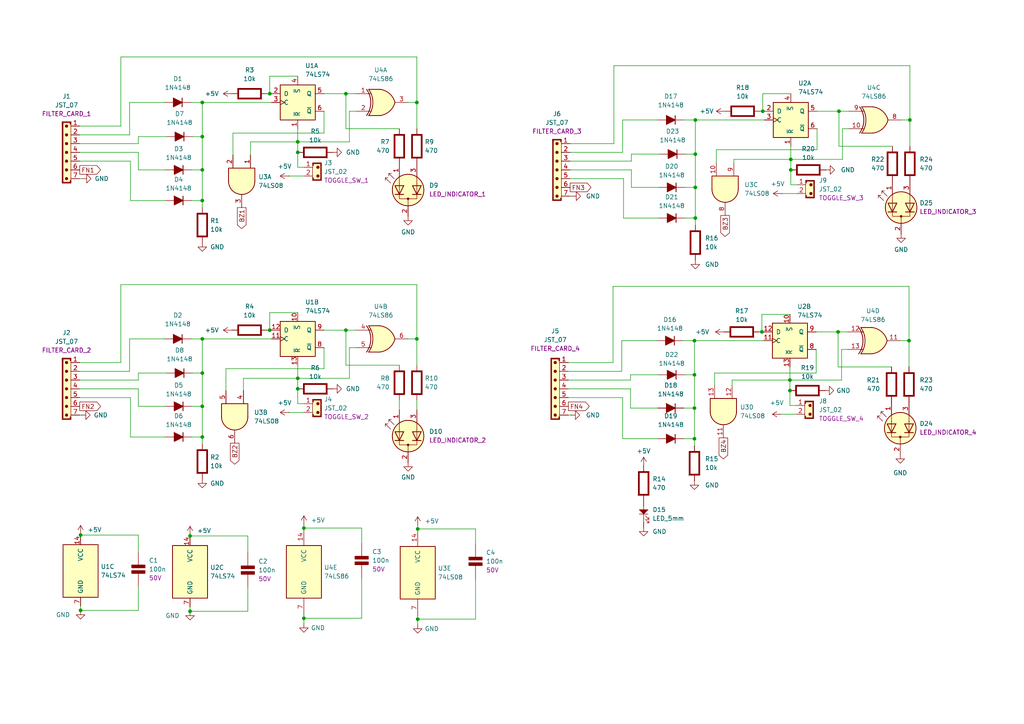
<source format=kicad_sch>
(kicad_sch (version 20250114) (generator "eeschema") (generator_version "9.0")
  (paper "A4")
  (junction (at 23.368 177.038))
  (junction (at 88.138 179.324))
  (junction (at 229.362 46.228))
  (junction (at 201.422 118.364))
  (junction (at 86.36 109.728))
  (junction (at 86.36 41.148))
  (junction (at 120.904 98.298))
  (junction (at 58.674 29.718))
  (junction (at 58.674 108.204))
  (junction (at 229.108 113.284))
  (junction (at 58.674 39.624))
  (junction (at 229.108 110.236))
  (junction (at 243.332 32.258))
  (junction (at 201.422 98.806))
  (junction (at 55.118 155.448))
  (junction (at 58.674 58.166))
  (junction (at 100.33 27.178))
  (junction (at 229.362 49.276))
  (junction (at 201.676 63.246))
  (junction (at 120.904 29.718))
  (junction (at 263.906 34.798))
  (junction (at 201.676 44.704))
  (junction (at 243.078 96.266))
  (junction (at 201.422 108.712))
  (junction (at 78.232 95.758))
  (junction (at 121.158 153.416))
  (junction (at 263.652 98.806))
  (junction (at 58.674 126.746))
  (junction (at 201.676 34.798))
  (junction (at 58.674 49.276))
  (junction (at 86.36 112.776))
  (junction (at 55.118 177.292))
  (junction (at 58.674 117.856))
  (junction (at 201.422 127.254))
  (junction (at 221.234 32.258))
  (junction (at 88.138 153.162))
  (junction (at 86.36 44.196))
  (junction (at 58.674 98.298))
  (junction (at 23.368 155.194))
  (junction (at 100.33 95.758))
  (junction (at 78.232 27.178))
  (junction (at 220.98 96.266))
  (junction (at 201.676 54.356))
  (junction (at 121.158 179.578))
  (wire (pts (xy 201.422 98.806) (xy 201.422 108.712)))
  (wire (pts (xy 180.848 63.246) (xy 191.008 63.246)))
  (wire (pts (xy 88.138 179.324) (xy 104.902 179.324)))
  (wire (pts (xy 229.108 113.284) (xy 229.108 117.602)))
  (wire (pts (xy 101.346 109.728) (xy 86.36 109.728)))
  (wire (pts (xy 88.138 179.324) (xy 88.138 178.562)))
  (wire (pts (xy 88.138 119.634) (xy 83.82 119.634)))
  (wire (pts (xy 40.132 49.276) (xy 40.132 44.196)))
  (wire (pts (xy 93.98 95.758) (xy 100.33 95.758)))
  (wire (pts (xy 40.132 170.18) (xy 40.132 177.038)))
  (wire (pts (xy 71.882 177.292) (xy 55.118 177.292)))
  (wire (pts (xy 244.348 46.228) (xy 229.362 46.228)))
  (wire (pts (xy 263.906 34.798) (xy 263.906 42.418)))
  (wire (pts (xy 120.904 82.55) (xy 120.904 98.298)))
  (wire (pts (xy 55.88 108.204) (xy 58.674 108.204)))
  (wire (pts (xy 229.108 106.426) (xy 229.108 110.236)))
  (wire (pts (xy 40.132 39.624) (xy 48.26 39.624)))
  (wire (pts (xy 221.234 27.178) (xy 221.234 32.258)))
  (wire (pts (xy 40.132 110.236) (xy 40.132 108.204)))
  (wire (pts (xy 182.88 118.364) (xy 182.88 112.776)))
  (wire (pts (xy 198.374 127.254) (xy 201.422 127.254)))
  (wire (pts (xy 65.532 113.284) (xy 65.532 106.934)))
  (wire (pts (xy 101.346 100.838) (xy 101.346 109.728)))
  (wire (pts (xy 88.138 152.146) (xy 88.138 153.162)))
  (wire (pts (xy 180.594 115.316) (xy 180.594 127.254)))
  (wire (pts (xy 78.232 22.098) (xy 78.232 27.178)))
  (wire (pts (xy 37.846 58.166) (xy 48.006 58.166)))
  (wire (pts (xy 229.362 49.276) (xy 229.362 53.594)))
  (wire (pts (xy 23.114 105.156) (xy 35.052 105.156)))
  (wire (pts (xy 120.904 29.718) (xy 120.904 37.338)))
  (wire (pts (xy 55.372 98.298) (xy 58.674 98.298)))
  (wire (pts (xy 212.344 111.76) (xy 212.344 110.236)))
  (wire (pts (xy 23.368 177.038) (xy 23.368 175.768)))
  (wire (pts (xy 58.674 128.778) (xy 58.674 126.746)))
  (wire (pts (xy 23.368 155.194) (xy 23.368 155.448)))
  (wire (pts (xy 212.344 110.236) (xy 229.108 110.236)))
  (wire (pts (xy 100.33 95.758) (xy 103.124 95.758)))
  (wire (pts (xy 165.608 120.396) (xy 164.846 120.396)))
  (wire (pts (xy 58.674 49.276) (xy 58.674 39.624)))
  (wire (pts (xy 40.132 117.856) (xy 48.006 117.856)))
  (wire (pts (xy 72.644 41.148) (xy 86.36 41.148)))
  (wire (pts (xy 229.362 27.178) (xy 221.234 27.178)))
  (wire (pts (xy 23.114 36.576) (xy 35.052 36.576)))
  (wire (pts (xy 40.132 112.776) (xy 23.114 112.776)))
  (wire (pts (xy 78.232 95.758) (xy 78.74 95.758)))
  (wire (pts (xy 58.674 60.198) (xy 58.674 58.166)))
  (wire (pts (xy 198.374 34.798) (xy 201.676 34.798)))
  (wire (pts (xy 236.728 96.266) (xy 243.078 96.266)))
  (wire (pts (xy 231.14 56.134) (xy 226.822 56.134)))
  (wire (pts (xy 101.346 41.148) (xy 86.36 41.148)))
  (wire (pts (xy 55.118 177.292) (xy 55.118 176.022)))
  (wire (pts (xy 258.572 106.426) (xy 243.078 106.426)))
  (wire (pts (xy 201.676 54.356) (xy 201.676 44.704)))
  (wire (pts (xy 236.982 32.258) (xy 243.332 32.258)))
  (wire (pts (xy 23.622 120.396) (xy 23.114 120.396)))
  (wire (pts (xy 201.422 127.254) (xy 201.422 118.364)))
  (wire (pts (xy 243.332 42.418) (xy 243.332 32.258)))
  (wire (pts (xy 86.36 90.678) (xy 78.232 90.678)))
  (wire (pts (xy 263.652 98.806) (xy 263.652 106.426)))
  (wire (pts (xy 198.628 63.246) (xy 201.676 63.246)))
  (wire (pts (xy 120.904 29.718) (xy 118.364 29.718)))
  (wire (pts (xy 201.676 65.278) (xy 201.676 63.246)))
  (wire (pts (xy 55.118 155.448) (xy 55.118 155.702)))
  (wire (pts (xy 88.138 48.514) (xy 86.36 48.514)))
  (wire (pts (xy 115.824 118.872) (xy 115.824 116.078)))
  (wire (pts (xy 201.422 98.806) (xy 221.488 98.806)))
  (wire (pts (xy 86.36 109.728) (xy 86.36 112.776)))
  (wire (pts (xy 37.592 98.298) (xy 47.752 98.298)))
  (wire (pts (xy 35.052 16.51) (xy 35.052 36.576)))
  (wire (pts (xy 165.862 56.896) (xy 165.354 56.896)))
  (wire (pts (xy 177.8 83.058) (xy 177.8 105.156)))
  (wire (pts (xy 220.218 96.266) (xy 220.98 96.266)))
  (wire (pts (xy 207.772 43.434) (xy 236.982 43.434)))
  (wire (pts (xy 40.132 177.038) (xy 23.368 177.038)))
  (wire (pts (xy 55.626 117.856) (xy 58.674 117.856)))
  (wire (pts (xy 198.374 118.364) (xy 201.422 118.364)))
  (wire (pts (xy 245.872 101.346) (xy 244.094 101.346)))
  (wire (pts (xy 88.138 180.848) (xy 88.138 179.324)))
  (wire (pts (xy 180.34 107.696) (xy 180.34 98.806)))
  (wire (pts (xy 40.132 117.856) (xy 40.132 112.776)))
  (wire (pts (xy 263.906 19.05) (xy 263.906 34.798)))
  (wire (pts (xy 230.886 120.142) (xy 226.568 120.142)))
  (wire (pts (xy 120.904 16.51) (xy 120.904 29.718)))
  (wire (pts (xy 55.372 29.718) (xy 58.674 29.718)))
  (wire (pts (xy 183.134 44.704) (xy 191.262 44.704)))
  (wire (pts (xy 243.078 96.266) (xy 245.872 96.266)))
  (wire (pts (xy 198.882 44.704) (xy 201.676 44.704)))
  (wire (pts (xy 165.354 41.656) (xy 178.054 41.656)))
  (wire (pts (xy 221.234 32.258) (xy 221.742 32.258)))
  (wire (pts (xy 182.88 110.236) (xy 182.88 108.712)))
  (wire (pts (xy 23.114 107.696) (xy 37.592 107.696)))
  (wire (pts (xy 182.88 112.776) (xy 164.846 112.776)))
  (wire (pts (xy 77.47 95.758) (xy 78.232 95.758)))
  (wire (pts (xy 88.138 51.054) (xy 83.82 51.054)))
  (wire (pts (xy 164.846 115.316) (xy 180.594 115.316)))
  (wire (pts (xy 86.36 41.148) (xy 86.36 44.196)))
  (wire (pts (xy 37.592 29.718) (xy 47.752 29.718)))
  (wire (pts (xy 120.904 98.298) (xy 120.904 105.918)))
  (wire (pts (xy 137.922 153.416) (xy 121.158 153.416)))
  (wire (pts (xy 78.232 27.178) (xy 78.74 27.178)))
  (wire (pts (xy 121.158 179.578) (xy 137.922 179.578)))
  (wire (pts (xy 37.592 39.116) (xy 37.592 29.718)))
  (wire (pts (xy 201.676 34.798) (xy 221.742 34.798)))
  (wire (pts (xy 40.132 49.276) (xy 48.006 49.276)))
  (wire (pts (xy 236.728 108.204) (xy 236.728 101.346)))
  (wire (pts (xy 137.922 167.894) (xy 137.922 179.578)))
  (wire (pts (xy 164.846 110.236) (xy 182.88 110.236)))
  (wire (pts (xy 178.054 19.05) (xy 263.906 19.05)))
  (wire (pts (xy 86.36 112.776) (xy 86.36 117.094)))
  (wire (pts (xy 243.078 106.426) (xy 243.078 96.266)))
  (wire (pts (xy 220.98 91.186) (xy 220.98 96.266)))
  (wire (pts (xy 244.094 101.346) (xy 244.094 110.236)))
  (wire (pts (xy 58.674 98.298) (xy 78.74 98.298)))
  (wire (pts (xy 40.132 44.196) (xy 23.114 44.196)))
  (wire (pts (xy 72.644 41.148) (xy 72.644 44.958)))
  (wire (pts (xy 23.114 39.116) (xy 37.592 39.116)))
  (wire (pts (xy 78.232 90.678) (xy 78.232 95.758)))
  (wire (pts (xy 23.114 115.316) (xy 37.846 115.316)))
  (wire (pts (xy 220.98 96.266) (xy 221.488 96.266)))
  (wire (pts (xy 23.114 41.656) (xy 40.132 41.656)))
  (wire (pts (xy 104.902 157.48) (xy 104.902 153.162)))
  (wire (pts (xy 263.652 98.806) (xy 261.112 98.806)))
  (wire (pts (xy 183.134 54.356) (xy 183.134 49.276)))
  (wire (pts (xy 40.132 160.02) (xy 40.132 155.194)))
  (wire (pts (xy 120.904 98.298) (xy 118.364 98.298)))
  (wire (pts (xy 93.98 38.608) (xy 93.98 32.258)))
  (wire (pts (xy 93.98 27.178) (xy 100.33 27.178)))
  (wire (pts (xy 229.108 110.236) (xy 229.108 113.284)))
  (wire (pts (xy 212.852 47.244) (xy 212.852 46.228)))
  (wire (pts (xy 58.674 29.718) (xy 78.74 29.718)))
  (wire (pts (xy 165.354 44.196) (xy 180.594 44.196)))
  (wire (pts (xy 201.422 129.286) (xy 201.422 127.254)))
  (wire (pts (xy 37.592 107.696) (xy 37.592 98.298)))
  (wire (pts (xy 67.564 38.608) (xy 93.98 38.608)))
  (wire (pts (xy 212.852 46.228) (xy 229.362 46.228)))
  (wire (pts (xy 35.052 82.55) (xy 120.904 82.55)))
  (wire (pts (xy 86.36 37.338) (xy 86.36 41.148)))
  (wire (pts (xy 207.264 111.76) (xy 207.264 108.204)))
  (wire (pts (xy 165.354 46.736) (xy 183.134 46.736)))
  (wire (pts (xy 198.628 108.712) (xy 201.422 108.712)))
  (wire (pts (xy 103.124 32.258) (xy 101.346 32.258)))
  (wire (pts (xy 77.47 27.178) (xy 78.232 27.178)))
  (wire (pts (xy 229.108 91.186) (xy 220.98 91.186)))
  (wire (pts (xy 37.846 46.736) (xy 37.846 58.166)))
  (wire (pts (xy 258.826 42.418) (xy 243.332 42.418)))
  (wire (pts (xy 180.594 127.254) (xy 190.754 127.254)))
  (wire (pts (xy 104.902 167.64) (xy 104.902 179.324)))
  (wire (pts (xy 58.674 29.718) (xy 58.674 39.624)))
  (wire (pts (xy 67.564 44.958) (xy 67.564 38.608)))
  (wire (pts (xy 201.676 63.246) (xy 201.676 54.356)))
  (wire (pts (xy 23.368 154.94) (xy 23.368 155.194)))
  (wire (pts (xy 88.138 117.094) (xy 86.36 117.094)))
  (wire (pts (xy 71.882 160.274) (xy 71.882 155.448)))
  (wire (pts (xy 55.626 126.746) (xy 58.674 126.746)))
  (wire (pts (xy 86.36 105.918) (xy 86.36 109.728)))
  (wire (pts (xy 201.422 118.364) (xy 201.422 108.712)))
  (wire (pts (xy 263.906 34.798) (xy 261.366 34.798)))
  (wire (pts (xy 180.848 51.816) (xy 180.848 63.246)))
  (wire (pts (xy 71.882 155.448) (xy 55.118 155.448)))
  (wire (pts (xy 86.36 22.098) (xy 78.232 22.098)))
  (wire (pts (xy 115.824 105.918) (xy 100.33 105.918)))
  (wire (pts (xy 198.12 98.806) (xy 201.422 98.806)))
  (wire (pts (xy 137.922 157.734) (xy 137.922 153.416)))
  (wire (pts (xy 198.628 54.356) (xy 201.676 54.356)))
  (wire (pts (xy 71.882 170.434) (xy 71.882 177.292)))
  (wire (pts (xy 55.626 58.166) (xy 58.674 58.166)))
  (wire (pts (xy 177.8 83.058) (xy 263.652 83.058)))
  (wire (pts (xy 246.126 37.338) (xy 244.348 37.338)))
  (wire (pts (xy 103.124 100.838) (xy 101.346 100.838)))
  (wire (pts (xy 40.132 41.656) (xy 40.132 39.624)))
  (wire (pts (xy 120.904 118.872) (xy 120.904 116.078)))
  (wire (pts (xy 58.674 117.856) (xy 58.674 108.204)))
  (wire (pts (xy 100.33 105.918) (xy 100.33 95.758)))
  (wire (pts (xy 230.886 117.602) (xy 229.108 117.602)))
  (wire (pts (xy 182.88 118.364) (xy 190.754 118.364)))
  (wire (pts (xy 243.332 32.258) (xy 246.126 32.258)))
  (wire (pts (xy 40.132 108.204) (xy 48.26 108.204)))
  (wire (pts (xy 55.88 39.624) (xy 58.674 39.624)))
  (wire (pts (xy 58.674 58.166) (xy 58.674 49.276)))
  (wire (pts (xy 164.846 107.696) (xy 180.34 107.696)))
  (wire (pts (xy 121.158 181.102) (xy 121.158 179.578)))
  (wire (pts (xy 65.532 106.934) (xy 93.98 106.934)))
  (wire (pts (xy 100.33 37.338) (xy 100.33 27.178)))
  (wire (pts (xy 229.362 46.228) (xy 229.362 49.276)))
  (wire (pts (xy 86.36 44.196) (xy 86.36 48.514)))
  (wire (pts (xy 93.98 106.934) (xy 93.98 100.838)))
  (wire (pts (xy 231.14 53.594) (xy 229.362 53.594)))
  (wire (pts (xy 207.264 108.204) (xy 236.728 108.204)))
  (wire (pts (xy 236.982 37.338) (xy 236.982 43.434)))
  (wire (pts (xy 37.846 115.316) (xy 37.846 126.746)))
  (wire (pts (xy 55.118 155.194) (xy 55.118 155.448)))
  (wire (pts (xy 104.902 153.162) (xy 88.138 153.162)))
  (wire (pts (xy 180.34 98.806) (xy 190.5 98.806)))
  (wire (pts (xy 164.846 105.156) (xy 177.8 105.156)))
  (wire (pts (xy 263.652 83.058) (xy 263.652 98.806)))
  (wire (pts (xy 23.114 110.236) (xy 40.132 110.236)))
  (wire (pts (xy 244.094 110.236) (xy 229.108 110.236)))
  (wire (pts (xy 35.052 82.55) (xy 35.052 105.156)))
  (wire (pts (xy 244.348 37.338) (xy 244.348 46.228)))
  (wire (pts (xy 183.134 46.736) (xy 183.134 44.704)))
  (wire (pts (xy 183.134 54.356) (xy 191.008 54.356)))
  (wire (pts (xy 55.626 49.276) (xy 58.674 49.276)))
  (wire (pts (xy 70.612 113.284) (xy 70.612 109.728)))
  (wire (pts (xy 37.846 126.746) (xy 48.006 126.746)))
  (wire (pts (xy 100.33 27.178) (xy 103.124 27.178)))
  (wire (pts (xy 180.594 34.798) (xy 190.754 34.798)))
  (wire (pts (xy 40.132 155.194) (xy 23.368 155.194)))
  (wire (pts (xy 58.674 126.746) (xy 58.674 117.856)))
  (wire (pts (xy 220.472 32.258) (xy 221.234 32.258)))
  (wire (pts (xy 23.114 51.816) (xy 23.876 51.816)))
  (wire (pts (xy 201.676 34.798) (xy 201.676 44.704)))
  (wire (pts (xy 183.134 49.276) (xy 165.354 49.276)))
  (wire (pts (xy 70.612 109.728) (xy 86.36 109.728)))
  (wire (pts (xy 165.354 51.816) (xy 180.848 51.816)))
  (wire (pts (xy 35.052 16.51) (xy 120.904 16.51)))
  (wire (pts (xy 121.158 152.4) (xy 121.158 153.416)))
  (wire (pts (xy 121.158 179.578) (xy 121.158 178.816)))
  (wire (pts (xy 182.88 108.712) (xy 191.008 108.712)))
  (wire (pts (xy 23.114 46.736) (xy 37.846 46.736)))
  (wire (pts (xy 58.674 98.298) (xy 58.674 108.204)))
  (wire (pts (xy 115.824 37.338) (xy 100.33 37.338)))
  (wire (pts (xy 101.346 32.258) (xy 101.346 41.148)))
  (wire (pts (xy 229.362 42.418) (xy 229.362 46.228)))
  (wire (pts (xy 180.594 44.196) (xy 180.594 34.798)))
  (wire (pts (xy 178.054 19.05) (xy 178.054 41.656)))
  (wire (pts (xy 207.772 47.244) (xy 207.772 43.434)))
  (global_label "BZ1" (shape output) (at 70.104 60.198 270) (property "Intersheetrefs" "${INTERSHEET_REFS}" (effects (hide yes))))
  (global_label "BZ3" (shape output) (at 210.312 62.484 270) (property "Intersheetrefs" "${INTERSHEET_REFS}" (effects (hide yes))))
  (global_label "FN2" (shape output) (at 23.114 117.856 0) (property "Intersheetrefs" "${INTERSHEET_REFS}" (effects (hide yes))))
  (global_label "FN3" (shape output) (at 165.354 54.356 0) (property "Intersheetrefs" "${INTERSHEET_REFS}" (effects (hide yes))))
  (global_label "BZ2" (shape output) (at 68.072 128.524 270) (property "Intersheetrefs" "${INTERSHEET_REFS}" (effects (hide yes))))
  (global_label "BZ4" (shape output) (at 209.804 127 270) (property "Intersheetrefs" "${INTERSHEET_REFS}" (effects (hide yes))))
  (global_label "FN1" (shape output) (at 23.114 49.276 0) (property "Intersheetrefs" "${INTERSHEET_REFS}" (effects (hide yes))))
  (global_label "FN4" (shape output) (at 164.846 117.856 0) (property "Intersheetrefs" "${INTERSHEET_REFS}" (effects (hide yes))))
  (symbol (lib_id "74xx:74LS86") (at 88.138 165.862 0) (unit 5)
    (property "Reference" "U4" (at 93.98 164.5919 0) (effects (justify left)))
    (property "Value" "74LS86" (at 93.98 167.1319 0) (effects (justify left)))
    (property "Footprint" "Package_DIP:DIP-14_W7.62mm_Socket" (effects (hide yes)))
    (property "Datasheet" "74xx/74ls86.pdf" (effects (hide yes)))
    (property "Description" "Quad 2-input XOR" (effects (hide yes)))
  )
  (symbol (lib_id "power:+5V") (at 210.312 32.258 90) (unit 1)
    (property "Reference" "#PWR031" (effects (hide yes)))
    (property "Value" "+5V" (at 207.01 32.2579 90) (effects (justify left)))
    (property "Description" "Power symbol creates a global label with name \"+5V\"" (effects (hide yes)))
  )
  (symbol (lib_id "74xx:74LS74") (at 23.368 165.608 0) (unit 3)
    (property "Reference" "U1" (at 29.21 164.3379 0) (effects (justify left)))
    (property "Value" "74LS74" (at 29.21 166.8779 0) (effects (justify left)))
    (property "Footprint" "Package_DIP:DIP-14_W7.62mm_Socket" (effects (hide yes)))
    (property "Datasheet" "74xx/74hc_hct74.pdf" (effects (hide yes)))
    (property "Description" "Dual D Flip-flop, Set & Reset" (effects (hide yes)))
  )
  (symbol (lib_id "power:GND") (at 58.674 70.358 0) (unit 1)
    (property "Reference" "#PWR07" (effects (hide yes)))
    (property "Value" "GND" (at 60.96 71.6279 0) (effects (justify left)))
    (property "Description" "Power symbol creates a global label with name \"GND\" , ground" (effects (hide yes)))
  )
  (symbol (lib_id "power:GND") (at 165.862 56.896 90) (mirror x) (unit 1)
    (property "Reference" "#PWR025" (effects (hide yes)))
    (property "Value" "GND" (at 169.926 56.8959 90) (effects (justify right)))
    (property "Description" "Power symbol creates a global label with name \"GND\" , ground" (effects (hide yes)))
  )
  (symbol (lib_id "74xx:74LS74") (at 55.118 165.862 0) (unit 3)
    (property "Reference" "U2" (at 60.96 164.5919 0) (effects (justify left)))
    (property "Value" "74LS74" (at 60.96 167.1319 0) (effects (justify left)))
    (property "Footprint" "Package_DIP:DIP-14_W7.62mm_Socket" (effects (hide yes)))
    (property "Datasheet" "74xx/74hc_hct74.pdf" (effects (hide yes)))
    (property "Description" "Dual D Flip-flop, Set & Reset" (effects (hide yes)))
  )
  (symbol (lib_id "PCM_Elektuur:R") (at 120.904 110.998 0) (unit 1)
    (property "Reference" "R10" (at 123.19 109.7279 0) (effects (justify left)))
    (property "Value" "470" (at 123.19 112.2679 0) (effects (justify left)))
    (property "Footprint" "Resistor_THT:R_Axial_DIN0207_L6.3mm_D2.5mm_P10.16mm_Horizontal" (effects (hide yes)))
    (property "Description" "resistor" (effects (hide yes)))
    (property "Indicator" "+" (effects (hide yes)))
    (property "Rating" "%1" (effects (hide yes)))
  )
  (symbol (lib_id "power:GND") (at 58.674 138.938 0) (unit 1)
    (property "Reference" "#PWR08" (effects (hide yes)))
    (property "Value" "GND" (at 60.96 140.2079 0) (effects (justify left)))
    (property "Description" "Power symbol creates a global label with name \"GND\" , ground" (effects (hide yes)))
  )
  (symbol (lib_id "PCM_Diode_AKL:1N4148") (at 194.818 108.712 0) (unit 1)
    (property "Reference" "D22" (at 194.818 102.87 0))
    (property "Value" "1N4148" (at 194.818 105.41 0))
    (property "Footprint" "PCM_Diode_THT_AKL:D_DO-35_SOD27_P7.62mm_Horizontal" (effects (hide yes)))
    (property "Datasheet" "https://datasheet.octopart.com/1N4148TR-ON-Semiconductor-datasheet-42765246.pdf" (effects (hide yes)))
    (property "Description" "DO-35 Diode, Small Signal, Fast Switching, 75V, 150mA, 4ns, Alternate KiCad Library" (effects (hide yes)))
  )
  (symbol (lib_id "74xx:74LS08") (at 70.104 52.578 270) (unit 1)
    (property "Reference" "U3" (at 74.93 51.2996 90) (effects (justify left)))
    (property "Value" "74LS08" (at 74.93 53.8396 90) (effects (justify left)))
    (property "Footprint" "Package_DIP:DIP-14_W7.62mm_Socket" (effects (hide yes)))
    (property "Datasheet" "http://www.ti.com/lit/gpn/sn74LS08" (effects (hide yes)))
    (property "Description" "Quad And2" (effects (hide yes)))
  )
  (symbol (lib_id "PCM_SL_Connectors:JST_02") (at 234.696 118.872 0) (unit 1)
    (property "Reference" "J8" (at 237.49 116.3319 0) (effects (justify left)))
    (property "Value" "JST_02" (at 237.49 118.8719 0) (effects (justify left)))
    (property "Footprint" "Connector_JST:JST_XH_B2B-XH-A_1x02_P2.50mm_Vertical" (effects (hide yes)))
    (property "Description" "TOGGLE_SW_4" (at 237.49 121.4119 0) (effects (justify left)))
  )
  (symbol (lib_id "PCM_Elektuur:R") (at 72.39 95.758 90) (unit 1)
    (property "Reference" "R4" (at 72.39 88.9 90))
    (property "Value" "10k" (at 72.39 91.44 90))
    (property "Footprint" "Resistor_THT:R_Axial_DIN0207_L6.3mm_D2.5mm_P10.16mm_Horizontal" (effects (hide yes)))
    (property "Description" "resistor" (effects (hide yes)))
    (property "Indicator" "+" (effects (hide yes)))
    (property "Rating" "%1" (effects (hide yes)))
  )
  (symbol (lib_id "PCM_Elektuur:R") (at 201.422 134.366 0) (unit 1)
    (property "Reference" "R15" (at 204.47 133.0959 0) (effects (justify left)))
    (property "Value" "10k" (at 204.47 135.6359 0) (effects (justify left)))
    (property "Footprint" "Resistor_THT:R_Axial_DIN0207_L6.3mm_D2.5mm_P10.16mm_Horizontal" (effects (hide yes)))
    (property "Description" "resistor" (effects (hide yes)))
    (property "Indicator" "+" (effects (hide yes)))
  )
  (symbol (lib_id "power:GND") (at 96.52 44.196 90) (unit 1)
    (property "Reference" "#PWR015" (effects (hide yes)))
    (property "Value" "GND" (at 100.33 44.1959 90) (effects (justify right)))
    (property "Description" "Power symbol creates a global label with name \"GND\" , ground" (effects (hide yes)))
  )
  (symbol (lib_id "PCM_Elektuur:R") (at 120.904 42.418 0) (unit 1)
    (property "Reference" "R9" (at 123.19 41.1479 0) (effects (justify left)))
    (property "Value" "470" (at 123.19 43.6879 0) (effects (justify left)))
    (property "Footprint" "Resistor_THT:R_Axial_DIN0207_L6.3mm_D2.5mm_P10.16mm_Horizontal" (effects (hide yes)))
    (property "Description" "resistor" (effects (hide yes)))
    (property "Indicator" "+" (effects (hide yes)))
    (property "Rating" "%1" (effects (hide yes)))
  )
  (symbol (lib_id "power:+5V") (at 67.31 27.178 90) (unit 1)
    (property "Reference" "#PWR09" (effects (hide yes)))
    (property "Value" "+5V" (at 63.5 27.1779 90) (effects (justify left)))
    (property "Description" "Power symbol creates a global label with name \"+5V\"" (effects (hide yes)))
  )
  (symbol (lib_id "74xx:74LS08") (at 121.158 166.116 0) (unit 5)
    (property "Reference" "U3" (at 127 164.8459 0) (effects (justify left)))
    (property "Value" "74LS08" (at 127 167.3859 0) (effects (justify left)))
    (property "Footprint" "Package_DIP:DIP-14_W7.62mm_Socket" (effects (hide yes)))
    (property "Datasheet" "http://www.ti.com/lit/gpn/sn74LS08" (effects (hide yes)))
    (property "Description" "Quad And2" (effects (hide yes)))
  )
  (symbol (lib_id "PCM_Diode_AKL:1N4148") (at 194.31 98.806 0) (unit 1)
    (property "Reference" "D16" (at 194.31 92.71 0))
    (property "Value" "1N4148" (at 194.31 95.25 0))
    (property "Footprint" "PCM_Diode_THT_AKL:D_DO-35_SOD27_P7.62mm_Horizontal" (effects (hide yes)))
    (property "Datasheet" "https://datasheet.octopart.com/1N4148TR-ON-Semiconductor-datasheet-42765246.pdf" (effects (hide yes)))
    (property "Description" "DO-35 Diode, Small Signal, Fast Switching, 75V, 150mA, 4ns, Alternate KiCad Library" (effects (hide yes)))
  )
  (symbol (lib_id "power:GND") (at 23.876 51.816 90) (mirror x) (unit 1)
    (property "Reference" "#PWR03" (effects (hide yes)))
    (property "Value" "GND" (at 27.432 51.8159 90) (effects (justify right)))
    (property "Description" "Power symbol creates a global label with name \"GND\" , ground" (effects (hide yes)))
  )
  (symbol (lib_id "PCM_Diode_AKL:1N4148") (at 194.564 34.798 0) (unit 1)
    (property "Reference" "D17" (at 194.564 27.94 0))
    (property "Value" "1N4148" (at 194.564 30.48 0))
    (property "Footprint" "PCM_Diode_THT_AKL:D_DO-35_SOD27_P7.62mm_Horizontal" (effects (hide yes)))
    (property "Datasheet" "https://datasheet.octopart.com/1N4148TR-ON-Semiconductor-datasheet-42765246.pdf" (effects (hide yes)))
    (property "Description" "DO-35 Diode, Small Signal, Fast Switching, 75V, 150mA, 4ns, Alternate KiCad Library" (effects (hide yes)))
  )
  (symbol (lib_id "74xx:74LS86") (at 110.744 98.298 0) (unit 2)
    (property "Reference" "U4" (at 110.4392 88.9 0))
    (property "Value" "74LS86" (at 110.4392 91.44 0))
    (property "Footprint" "Package_DIP:DIP-14_W7.62mm_Socket" (effects (hide yes)))
    (property "Datasheet" "74xx/74ls86.pdf" (effects (hide yes)))
    (property "Description" "Quad 2-input XOR" (effects (hide yes)))
  )
  (symbol (lib_id "power:GND") (at 165.608 120.396 90) (mirror x) (unit 1)
    (property "Reference" "#PWR024" (effects (hide yes)))
    (property "Value" "GND" (at 169.926 120.3959 90) (effects (justify right)))
    (property "Description" "Power symbol creates a global label with name \"GND\" , ground" (effects (hide yes)))
  )
  (symbol (lib_id "PCM_Elektuur:R") (at 91.44 44.196 90) (unit 1)
    (property "Reference" "R5" (at 91.44 38.1 90))
    (property "Value" "10k" (at 91.44 40.64 90))
    (property "Footprint" "Resistor_THT:R_Axial_DIN0207_L6.3mm_D2.5mm_P10.16mm_Horizontal" (effects (hide yes)))
    (property "Description" "resistor" (effects (hide yes)))
    (property "Indicator" "+" (effects (hide yes)))
    (property "Rating" "%1" (effects (hide yes)))
  )
  (symbol (lib_id "74xx:74LS86") (at 110.744 29.718 0) (unit 1)
    (property "Reference" "U4" (at 110.4392 20.32 0))
    (property "Value" "74LS86" (at 110.4392 22.86 0))
    (property "Footprint" "Package_DIP:DIP-14_W7.62mm_Socket" (effects (hide yes)))
    (property "Datasheet" "74xx/74ls86.pdf" (effects (hide yes)))
    (property "Description" "Quad 2-input XOR" (effects (hide yes)))
  )
  (symbol (lib_id "PCM_Elektuur:R") (at 58.674 65.278 0) (unit 1)
    (property "Reference" "R1" (at 60.96 64.0079 0) (effects (justify left)))
    (property "Value" "10k" (at 60.96 66.5479 0) (effects (justify left)))
    (property "Footprint" "Resistor_THT:R_Axial_DIN0207_L6.3mm_D2.5mm_P10.16mm_Horizontal" (effects (hide yes)))
    (property "Description" "resistor" (effects (hide yes)))
    (property "Indicator" "+" (effects (hide yes)))
  )
  (symbol (lib_id "PCM_Elektuur:R") (at 91.44 112.776 90) (unit 1)
    (property "Reference" "R6" (at 91.44 106.68 90))
    (property "Value" "10k" (at 91.44 109.22 90))
    (property "Footprint" "Resistor_THT:R_Axial_DIN0207_L6.3mm_D2.5mm_P10.16mm_Horizontal" (effects (hide yes)))
    (property "Description" "resistor" (effects (hide yes)))
    (property "Indicator" "+" (effects (hide yes)))
    (property "Rating" "%1" (effects (hide yes)))
  )
  (symbol (lib_id "74xx:74LS86") (at 253.492 98.806 0) (unit 4)
    (property "Reference" "U4" (at 253.1872 90.17 0))
    (property "Value" "74LS86" (at 253.1872 92.71 0))
    (property "Footprint" "Package_DIP:DIP-14_W7.62mm_Socket" (effects (hide yes)))
    (property "Datasheet" "74xx/74ls86.pdf" (effects (hide yes)))
    (property "Description" "Quad 2-input XOR" (effects (hide yes)))
  )
  (symbol (lib_id "power:GND") (at 201.422 139.446 0) (unit 1)
    (property "Reference" "#PWR028" (effects (hide yes)))
    (property "Value" "GND" (at 204.47 140.7159 0) (effects (justify left)))
    (property "Description" "Power symbol creates a global label with name \"GND\" , ground" (effects (hide yes)))
  )
  (symbol (lib_id "PCM_Diode_AKL:1N4148") (at 51.816 117.856 0) (unit 1)
    (property "Reference" "D5" (at 51.816 111.76 0))
    (property "Value" "1N4148" (at 51.816 114.3 0))
    (property "Footprint" "PCM_Diode_THT_AKL:D_DO-35_SOD27_P7.62mm_Horizontal" (effects (hide yes)))
    (property "Datasheet" "https://datasheet.octopart.com/1N4148TR-ON-Semiconductor-datasheet-42765246.pdf" (effects (hide yes)))
    (property "Description" "DO-35 Diode, Small Signal, Fast Switching, 75V, 150mA, 4ns, Alternate KiCad Library" (effects (hide yes)))
  )
  (symbol (lib_id "PCM_Diode_AKL:1N4148") (at 194.564 118.364 0) (unit 1)
    (property "Reference" "D18" (at 194.564 111.76 0))
    (property "Value" "1N4148" (at 194.564 114.3 0))
    (property "Footprint" "PCM_Diode_THT_AKL:D_DO-35_SOD27_P7.62mm_Horizontal" (effects (hide yes)))
    (property "Datasheet" "https://datasheet.octopart.com/1N4148TR-ON-Semiconductor-datasheet-42765246.pdf" (effects (hide yes)))
    (property "Description" "DO-35 Diode, Small Signal, Fast Switching, 75V, 150mA, 4ns, Alternate KiCad Library" (effects (hide yes)))
  )
  (symbol (lib_id "PCM_SL_Connectors:JST_07") (at 161.544 49.276 0) (mirror y) (unit 1)
    (property "Reference" "J6" (at 161.544 33.02 0))
    (property "Value" "JST_07" (at 161.544 35.56 0))
    (property "Footprint" "Connector_JST:JST_XH_B7B-XH-A_1x07_P2.50mm_Vertical" (effects (hide yes)))
    (property "Description" "FILTER_CARD_3" (at 161.544 38.1 0))
  )
  (symbol (lib_id "power:+5V") (at 226.822 56.134 90) (unit 1)
    (property "Reference" "#PWR034" (effects (hide yes)))
    (property "Value" "+5V" (at 225.552 53.34 90))
    (property "Description" "Power symbol creates a global label with name \"+5V\"" (effects (hide yes)))
  )
  (symbol (lib_id "74xx:74LS08") (at 210.312 54.864 270) (unit 3)
    (property "Reference" "U3" (at 215.9 53.5856 90) (effects (justify left)))
    (property "Value" "74LS08" (at 215.9 56.1256 90) (effects (justify left)))
    (property "Footprint" "Package_DIP:DIP-14_W7.62mm_Socket" (effects (hide yes)))
    (property "Datasheet" "http://www.ti.com/lit/gpn/sn74LS08" (effects (hide yes)))
    (property "Description" "Quad And2" (effects (hide yes)))
  )
  (symbol (lib_id "power:GND") (at 23.368 177.038 0) (unit 1)
    (property "Reference" "#PWR02" (effects (hide yes)))
    (property "Value" "GND" (at 20.32 178.3079 0) (effects (justify right)))
    (property "Description" "Power symbol creates a global label with name \"GND\" , ground" (effects (hide yes)))
  )
  (symbol (lib_id "74xx:74LS08") (at 209.804 119.38 270) (unit 4)
    (property "Reference" "U3" (at 214.63 118.1016 90) (effects (justify left)))
    (property "Value" "74LS08" (at 214.63 120.6416 90) (effects (justify left)))
    (property "Footprint" "Package_DIP:DIP-14_W7.62mm_Socket" (effects (hide yes)))
    (property "Datasheet" "http://www.ti.com/lit/gpn/sn74LS08" (effects (hide yes)))
    (property "Description" "Quad And2" (effects (hide yes)))
  )
  (symbol (lib_id "power:GND") (at 239.268 113.284 90) (unit 1)
    (property "Reference" "#PWR036" (effects (hide yes)))
    (property "Value" "GND" (at 242.57 113.2839 90) (effects (justify right)))
    (property "Description" "Power symbol creates a global label with name \"GND\" , ground" (effects (hide yes)))
  )
  (symbol (lib_id "PCM_Diode_AKL:1N4148") (at 194.818 63.246 0) (unit 1)
    (property "Reference" "D21" (at 194.818 57.15 0))
    (property "Value" "1N4148" (at 194.818 59.69 0))
    (property "Footprint" "PCM_Diode_THT_AKL:D_DO-35_SOD27_P7.62mm_Horizontal" (effects (hide yes)))
    (property "Datasheet" "https://datasheet.octopart.com/1N4148TR-ON-Semiconductor-datasheet-42765246.pdf" (effects (hide yes)))
    (property "Description" "DO-35 Diode, Small Signal, Fast Switching, 75V, 150mA, 4ns, Alternate KiCad Library" (effects (hide yes)))
  )
  (symbol (lib_id "PCM_Elektuur:R") (at 115.824 42.418 0) (unit 1)
    (property "Reference" "R7" (at 113.03 41.1479 0) (effects (justify right)))
    (property "Value" "470" (at 113.03 43.6879 0) (effects (justify right)))
    (property "Footprint" "Resistor_THT:R_Axial_DIN0207_L6.3mm_D2.5mm_P10.16mm_Horizontal" (effects (hide yes)))
    (property "Description" "resistor" (effects (hide yes)))
    (property "Indicator" "+" (effects (hide yes)))
    (property "Rating" "%1" (effects (hide yes)))
  )
  (symbol (lib_id "power:GND") (at 118.364 62.738 0) (unit 1)
    (property "Reference" "#PWR017" (effects (hide yes)))
    (property "Value" "GND" (at 118.364 67.31 0))
    (property "Description" "Power symbol creates a global label with name \"GND\" , ground" (effects (hide yes)))
  )
  (symbol (lib_id "PCM_Elektuur:R") (at 263.906 47.498 0) (unit 1)
    (property "Reference" "R24" (at 266.7 46.2279 0) (effects (justify left)))
    (property "Value" "470" (at 266.7 48.7679 0) (effects (justify left)))
    (property "Footprint" "Resistor_THT:R_Axial_DIN0207_L6.3mm_D2.5mm_P10.16mm_Horizontal" (effects (hide yes)))
    (property "Description" "resistor" (effects (hide yes)))
    (property "Indicator" "+" (effects (hide yes)))
    (property "Rating" "%1" (effects (hide yes)))
  )
  (symbol (lib_id "PCM_Elektuur:R") (at 263.652 111.506 0) (unit 1)
    (property "Reference" "R23" (at 266.7 110.2359 0) (effects (justify left)))
    (property "Value" "470" (at 266.7 112.7759 0) (effects (justify left)))
    (property "Footprint" "Resistor_THT:R_Axial_DIN0207_L6.3mm_D2.5mm_P10.16mm_Horizontal" (effects (hide yes)))
    (property "Description" "resistor" (effects (hide yes)))
    (property "Indicator" "+" (effects (hide yes)))
    (property "Rating" "%1" (effects (hide yes)))
  )
  (symbol (lib_id "PCM_Diode_AKL:1N4148") (at 51.816 126.746 0) (unit 1)
    (property "Reference" "D6" (at 51.816 120.65 0))
    (property "Value" "1N4148" (at 51.816 123.19 0))
    (property "Footprint" "PCM_Diode_THT_AKL:D_DO-35_SOD27_P7.62mm_Horizontal" (effects (hide yes)))
    (property "Datasheet" "https://datasheet.octopart.com/1N4148TR-ON-Semiconductor-datasheet-42765246.pdf" (effects (hide yes)))
    (property "Description" "DO-35 Diode, Small Signal, Fast Switching, 75V, 150mA, 4ns, Alternate KiCad Library" (effects (hide yes)))
  )
  (symbol (lib_id "PCM_Diode_AKL:1N4148") (at 194.818 54.356 0) (unit 1)
    (property "Reference" "D20" (at 194.818 48.26 0))
    (property "Value" "1N4148" (at 194.818 50.8 0))
    (property "Footprint" "PCM_Diode_THT_AKL:D_DO-35_SOD27_P7.62mm_Horizontal" (effects (hide yes)))
    (property "Datasheet" "https://datasheet.octopart.com/1N4148TR-ON-Semiconductor-datasheet-42765246.pdf" (effects (hide yes)))
    (property "Description" "DO-35 Diode, Small Signal, Fast Switching, 75V, 150mA, 4ns, Alternate KiCad Library" (effects (hide yes)))
  )
  (symbol (lib_id "power:GND") (at 239.522 49.276 90) (unit 1)
    (property "Reference" "#PWR037" (effects (hide yes)))
    (property "Value" "GND" (at 243.84 49.2759 90) (effects (justify right)))
    (property "Description" "Power symbol creates a global label with name \"GND\" , ground" (effects (hide yes)))
  )
  (symbol (lib_id "PCM_Diode_AKL:1N4148") (at 52.07 39.624 0) (unit 1)
    (property "Reference" "D7" (at 52.07 33.02 0))
    (property "Value" "1N4148" (at 52.07 35.56 0))
    (property "Footprint" "PCM_Diode_THT_AKL:D_DO-35_SOD27_P7.62mm_Horizontal" (effects (hide yes)))
    (property "Datasheet" "https://datasheet.octopart.com/1N4148TR-ON-Semiconductor-datasheet-42765246.pdf" (effects (hide yes)))
    (property "Description" "DO-35 Diode, Small Signal, Fast Switching, 75V, 150mA, 4ns, Alternate KiCad Library" (effects (hide yes)))
  )
  (symbol (lib_id "PCM_Elektuur:R") (at 186.69 140.208 0) (unit 1)
    (property "Reference" "R14" (at 189.23 138.9379 0) (effects (justify left)))
    (property "Value" "470" (at 189.23 141.4779 0) (effects (justify left)))
    (property "Footprint" "Resistor_THT:R_Axial_DIN0207_L6.3mm_D2.5mm_P10.16mm_Horizontal" (effects (hide yes)))
    (property "Description" "resistor" (effects (hide yes)))
    (property "Indicator" "+" (effects (hide yes)))
    (property "Rating" "%1" (effects (hide yes)))
  )
  (symbol (lib_id "PCM_SL_Connectors:JST_07") (at 161.036 112.776 0) (mirror y) (unit 1)
    (property "Reference" "J5" (at 161.036 96.012 0))
    (property "Value" "JST_07" (at 161.036 98.552 0))
    (property "Footprint" "Connector_JST:JST_XH_B7B-XH-A_1x07_P2.50mm_Vertical" (effects (hide yes)))
    (property "Description" "FILTER_CARD_4" (at 161.036 101.092 0))
  )
  (symbol (lib_id "PCM_Elektuur:R") (at 215.138 96.266 90) (unit 1)
    (property "Reference" "R17" (at 215.138 90.17 90))
    (property "Value" "10k" (at 215.138 92.71 90))
    (property "Footprint" "Resistor_THT:R_Axial_DIN0207_L6.3mm_D2.5mm_P10.16mm_Horizontal" (effects (hide yes)))
    (property "Description" "resistor" (effects (hide yes)))
    (property "Indicator" "+" (effects (hide yes)))
    (property "Rating" "%1" (effects (hide yes)))
  )
  (symbol (lib_id "PCM_Elektuur:R") (at 58.674 133.858 0) (unit 1)
    (property "Reference" "R2" (at 60.96 132.5879 0) (effects (justify left)))
    (property "Value" "10k" (at 60.96 135.1279 0) (effects (justify left)))
    (property "Footprint" "Resistor_THT:R_Axial_DIN0207_L6.3mm_D2.5mm_P10.16mm_Horizontal" (effects (hide yes)))
    (property "Description" "resistor" (effects (hide yes)))
    (property "Indicator" "+" (effects (hide yes)))
  )
  (symbol (lib_id "power:+5V") (at 55.118 155.194 0) (unit 1)
    (property "Reference" "#PWR05" (effects (hide yes)))
    (property "Value" "+5V" (at 57.15 153.9239 0) (effects (justify left)))
    (property "Description" "Power symbol creates a global label with name \"+5V\"" (effects (hide yes)))
  )
  (symbol (lib_id "Device:LED_Dual_AKA") (at 118.364 126.492 90) (unit 1)
    (property "Reference" "D10" (at 124.46 125.1584 90) (effects (justify right)))
    (property "Value" "LED_Dual_AKA" (effects (hide yes)))
    (property "Footprint" "Connector_JST:JST_XH_B3B-XH-A_1x03_P2.50mm_Vertical" (effects (hide yes)))
    (property "Description" "LED_INDICATOR_2" (at 124.46 127.6984 90) (effects (justify right)))
  )
  (symbol (lib_id "PCM_Diode_AKL:1N4148") (at 194.564 127.254 0) (unit 1)
    (property "Reference" "D19" (at 194.564 120.65 0))
    (property "Value" "1N4148" (at 194.564 123.19 0))
    (property "Footprint" "PCM_Diode_THT_AKL:D_DO-35_SOD27_P7.62mm_Horizontal" (effects (hide yes)))
    (property "Datasheet" "https://datasheet.octopart.com/1N4148TR-ON-Semiconductor-datasheet-42765246.pdf" (effects (hide yes)))
    (property "Description" "DO-35 Diode, Small Signal, Fast Switching, 75V, 150mA, 4ns, Alternate KiCad Library" (effects (hide yes)))
  )
  (symbol (lib_id "power:+5V") (at 67.31 95.758 90) (unit 1)
    (property "Reference" "#PWR010" (effects (hide yes)))
    (property "Value" "+5V" (at 63.5 95.7579 90) (effects (justify left)))
    (property "Description" "Power symbol creates a global label with name \"+5V\"" (effects (hide yes)))
  )
  (symbol (lib_id "power:GND") (at 261.366 67.818 0) (unit 1)
    (property "Reference" "#PWR042" (effects (hide yes)))
    (property "Value" "GND" (at 261.366 72.39 0))
    (property "Description" "Power symbol creates a global label with name \"GND\" , ground" (effects (hide yes)))
  )
  (symbol (lib_id "PCM_Elektuur:R") (at 234.442 49.276 90) (unit 1)
    (property "Reference" "R20" (at 234.442 43.18 90))
    (property "Value" "10k" (at 234.442 45.72 90))
    (property "Footprint" "Resistor_THT:R_Axial_DIN0207_L6.3mm_D2.5mm_P10.16mm_Horizontal" (effects (hide yes)))
    (property "Description" "resistor" (effects (hide yes)))
    (property "Indicator" "+" (effects (hide yes)))
    (property "Rating" "%1" (effects (hide yes)))
  )
  (symbol (lib_id "PCM_Elektuur:C") (at 40.132 165.1 0) (unit 1)
    (property "Reference" "C1" (at 43.18 162.5599 0) (effects (justify left)))
    (property "Value" "100n" (at 43.18 165.0999 0) (effects (justify left)))
    (property "Footprint" "Capacitor_THT:C_Disc_D5.0mm_W2.5mm_P5.00mm" (effects (hide yes)))
    (property "Description" "capacitor, non-polarized/bipolar" (effects (hide yes)))
    (property "Indicator" "+" (effects (hide yes)))
    (property "Rating" "50V" (at 43.18 167.6399 0) (effects (justify left)))
  )
  (symbol (lib_id "PCM_Diode_AKL:1N4148") (at 51.562 29.718 0) (unit 1)
    (property "Reference" "D1" (at 51.562 22.86 0))
    (property "Value" "1N4148" (at 51.562 25.4 0))
    (property "Footprint" "PCM_Diode_THT_AKL:D_DO-35_SOD27_P7.62mm_Horizontal" (effects (hide yes)))
    (property "Datasheet" "https://datasheet.octopart.com/1N4148TR-ON-Semiconductor-datasheet-42765246.pdf" (effects (hide yes)))
    (property "Description" "DO-35 Diode, Small Signal, Fast Switching, 75V, 150mA, 4ns, Alternate KiCad Library" (effects (hide yes)))
  )
  (symbol (lib_id "power:+5V") (at 83.82 119.634 90) (unit 1)
    (property "Reference" "#PWR012" (effects (hide yes)))
    (property "Value" "+5V" (at 82.55 116.84 90))
    (property "Description" "Power symbol creates a global label with name \"+5V\"" (effects (hide yes)))
  )
  (symbol (lib_id "PCM_Elektuur:R") (at 72.39 27.178 90) (unit 1)
    (property "Reference" "R3" (at 72.39 20.32 90))
    (property "Value" "10k" (at 72.39 22.86 90))
    (property "Footprint" "Resistor_THT:R_Axial_DIN0207_L6.3mm_D2.5mm_P10.16mm_Horizontal" (effects (hide yes)))
    (property "Description" "resistor" (effects (hide yes)))
    (property "Indicator" "+" (effects (hide yes)))
    (property "Rating" "%1" (effects (hide yes)))
  )
  (symbol (lib_id "74xx:74LS74") (at 229.362 34.798 0) (unit 1)
    (property "Reference" "U2" (at 231.5053 24.13 0) (effects (justify left)))
    (property "Value" "74LS74" (at 231.5053 26.67 0) (effects (justify left)))
    (property "Footprint" "Package_DIP:DIP-14_W7.62mm_Socket" (effects (hide yes)))
    (property "Datasheet" "74xx/74hc_hct74.pdf" (effects (hide yes)))
    (property "Description" "Dual D Flip-flop, Set & Reset" (effects (hide yes)))
  )
  (symbol (lib_id "power:+5V") (at 210.058 96.266 90) (unit 1)
    (property "Reference" "#PWR030" (effects (hide yes)))
    (property "Value" "+5V" (at 205.74 96.2659 90) (effects (justify left)))
    (property "Description" "Power symbol creates a global label with name \"+5V\"" (effects (hide yes)))
  )
  (symbol (lib_id "power:GND") (at 23.622 120.396 90) (mirror x) (unit 1)
    (property "Reference" "#PWR04" (effects (hide yes)))
    (property "Value" "GND" (at 27.178 120.3959 90) (effects (justify right)))
    (property "Description" "Power symbol creates a global label with name \"GND\" , ground" (effects (hide yes)))
  )
  (symbol (lib_id "power:+5V") (at 83.82 51.054 90) (unit 1)
    (property "Reference" "#PWR011" (effects (hide yes)))
    (property "Value" "+5V" (at 82.55 48.26 90))
    (property "Description" "Power symbol creates a global label with name \"+5V\"" (effects (hide yes)))
  )
  (symbol (lib_id "74xx:74LS74") (at 229.108 98.806 0) (unit 2)
    (property "Reference" "U2" (at 231.2513 88.9 0) (effects (justify left)))
    (property "Value" "74LS74" (at 231.2513 91.44 0) (effects (justify left)))
    (property "Footprint" "Package_DIP:DIP-14_W7.62mm_Socket" (effects (hide yes)))
    (property "Datasheet" "74xx/74hc_hct74.pdf" (effects (hide yes)))
    (property "Description" "Dual D Flip-flop, Set & Reset" (effects (hide yes)))
  )
  (symbol (lib_id "power:+5V") (at 186.69 135.128 0) (unit 1)
    (property "Reference" "#PWR026" (effects (hide yes)))
    (property "Value" "+5V" (at 186.69 130.81 0))
    (property "Description" "Power symbol creates a global label with name \"+5V\"" (effects (hide yes)))
  )
  (symbol (lib_id "power:GND") (at 118.364 134.112 0) (unit 1)
    (property "Reference" "#PWR018" (effects (hide yes)))
    (property "Value" "GND" (at 118.364 138.43 0))
    (property "Description" "Power symbol creates a global label with name \"GND\" , ground" (effects (hide yes)))
  )
  (symbol (lib_id "PCM_Elektuur:C") (at 71.882 165.354 0) (unit 1)
    (property "Reference" "C2" (at 74.93 162.8139 0) (effects (justify left)))
    (property "Value" "100n" (at 74.93 165.3539 0) (effects (justify left)))
    (property "Footprint" "Capacitor_THT:C_Disc_D5.0mm_W2.5mm_P5.00mm" (effects (hide yes)))
    (property "Description" "capacitor, non-polarized/bipolar" (effects (hide yes)))
    (property "Indicator" "+" (effects (hide yes)))
    (property "Rating" "50V" (at 74.93 167.8939 0) (effects (justify left)))
  )
  (symbol (lib_id "power:GND") (at 55.118 177.292 0) (unit 1)
    (property "Reference" "#PWR06" (effects (hide yes)))
    (property "Value" "GND" (at 52.07 178.5619 0) (effects (justify right)))
    (property "Description" "Power symbol creates a global label with name \"GND\" , ground" (effects (hide yes)))
  )
  (symbol (lib_id "PCM_Diode_AKL:1N4148") (at 195.072 44.704 0) (unit 1)
    (property "Reference" "D23" (at 195.072 38.1 0))
    (property "Value" "1N4148" (at 195.072 40.64 0))
    (property "Footprint" "PCM_Diode_THT_AKL:D_DO-35_SOD27_P7.62mm_Horizontal" (effects (hide yes)))
    (property "Datasheet" "https://datasheet.octopart.com/1N4148TR-ON-Semiconductor-datasheet-42765246.pdf" (effects (hide yes)))
    (property "Description" "DO-35 Diode, Small Signal, Fast Switching, 75V, 150mA, 4ns, Alternate KiCad Library" (effects (hide yes)))
  )
  (symbol (lib_id "PCM_SL_Connectors:JST_07") (at 19.304 112.776 0) (mirror y) (unit 1)
    (property "Reference" "J2" (at 19.304 96.52 0))
    (property "Value" "JST_07" (at 19.304 99.06 0))
    (property "Footprint" "Connector_JST:JST_XH_B7B-XH-A_1x07_P2.50mm_Vertical" (effects (hide yes)))
    (property "Description" "FILTER_CARD_2" (at 19.304 101.6 0))
  )
  (symbol (lib_id "PCM_Elektuur:R") (at 201.676 70.358 0) (unit 1)
    (property "Reference" "R16" (at 204.47 69.0879 0) (effects (justify left)))
    (property "Value" "10k" (at 204.47 71.6279 0) (effects (justify left)))
    (property "Footprint" "Resistor_THT:R_Axial_DIN0207_L6.3mm_D2.5mm_P10.16mm_Horizontal" (effects (hide yes)))
    (property "Description" "resistor" (effects (hide yes)))
    (property "Indicator" "+" (effects (hide yes)))
  )
  (symbol (lib_id "power:GND") (at 186.69 152.908 0) (unit 1)
    (property "Reference" "#PWR027" (effects (hide yes)))
    (property "Value" "GND" (at 189.23 154.1779 0) (effects (justify left)))
    (property "Description" "Power symbol creates a global label with name \"GND\" , ground" (effects (hide yes)))
  )
  (symbol (lib_id "Device:LED_Dual_AKA") (at 261.112 124.206 90) (unit 1)
    (property "Reference" "D24" (at 266.7 122.8724 90) (effects (justify right)))
    (property "Value" "LED_Dual_AKA" (effects (hide yes)))
    (property "Footprint" "Connector_JST:JST_XH_B3B-XH-A_1x03_P2.50mm_Vertical" (effects (hide yes)))
    (property "Description" "LED_INDICATOR_4" (at 266.7 125.4124 90) (effects (justify right)))
  )
  (symbol (lib_id "power:GND") (at 96.52 112.776 90) (unit 1)
    (property "Reference" "#PWR016" (effects (hide yes)))
    (property "Value" "GND" (at 100.33 112.7759 90) (effects (justify right)))
    (property "Description" "Power symbol creates a global label with name \"GND\" , ground" (effects (hide yes)))
  )
  (symbol (lib_id "power:GND") (at 88.138 180.848 0) (unit 1)
    (property "Reference" "#PWR014" (effects (hide yes)))
    (property "Value" "GND" (at 90.17 182.1179 0) (effects (justify left)))
    (property "Description" "Power symbol creates a global label with name \"GND\" , ground" (effects (hide yes)))
  )
  (symbol (lib_id "PCM_SL_Devices:LED_5mm") (at 186.69 149.098 270) (unit 1)
    (property "Reference" "D15" (at 189.23 147.8279 90) (effects (justify left)))
    (property "Value" "LED_5mm" (at 189.23 150.3679 90) (effects (justify left)))
    (property "Footprint" "Connector_JST:JST_XH_B2B-XH-A_1x02_P2.50mm_Vertical" (effects (hide yes)))
    (property "Description" "POWER_INDICATOR" (effects (hide yes)))
  )
  (symbol (lib_id "PCM_Elektuur:C") (at 104.902 162.56 0) (unit 1)
    (property "Reference" "C3" (at 107.95 160.0199 0) (effects (justify left)))
    (property "Value" "100n" (at 107.95 162.5599 0) (effects (justify left)))
    (property "Footprint" "Capacitor_THT:C_Disc_D5.0mm_W2.5mm_P5.00mm" (effects (hide yes)))
    (property "Description" "capacitor, non-polarized/bipolar" (effects (hide yes)))
    (property "Indicator" "+" (effects (hide yes)))
    (property "Rating" "50V" (at 107.95 165.0999 0) (effects (justify left)))
  )
  (symbol (lib_id "power:GND") (at 201.676 75.438 0) (unit 1)
    (property "Reference" "#PWR029" (effects (hide yes)))
    (property "Value" "GND" (at 204.47 76.7079 0) (effects (justify left)))
    (property "Description" "Power symbol creates a global label with name \"GND\" , ground" (effects (hide yes)))
  )
  (symbol (lib_id "power:+5V") (at 23.368 154.94 0) (unit 1)
    (property "Reference" "#PWR01" (effects (hide yes)))
    (property "Value" "+5V" (at 25.4 153.6699 0) (effects (justify left)))
    (property "Description" "Power symbol creates a global label with name \"+5V\"" (effects (hide yes)))
  )
  (symbol (lib_id "PCM_Diode_AKL:1N4148") (at 51.816 58.166 0) (unit 1)
    (property "Reference" "D4" (at 51.816 52.07 0))
    (property "Value" "1N4148" (at 51.816 54.61 0))
    (property "Footprint" "PCM_Diode_THT_AKL:D_DO-35_SOD27_P7.62mm_Horizontal" (effects (hide yes)))
    (property "Datasheet" "https://datasheet.octopart.com/1N4148TR-ON-Semiconductor-datasheet-42765246.pdf" (effects (hide yes)))
    (property "Description" "DO-35 Diode, Small Signal, Fast Switching, 75V, 150mA, 4ns, Alternate KiCad Library" (effects (hide yes)))
  )
  (symbol (lib_id "power:GND") (at 121.158 181.102 0) (unit 1)
    (property "Reference" "#PWR020" (effects (hide yes)))
    (property "Value" "GND" (at 123.19 182.3719 0) (effects (justify left)))
    (property "Description" "Power symbol creates a global label with name \"GND\" , ground" (effects (hide yes)))
  )
  (symbol (lib_id "PCM_Elektuur:R") (at 258.826 47.498 0) (unit 1)
    (property "Reference" "R22" (at 256.54 46.2279 0) (effects (justify right)))
    (property "Value" "470" (at 256.54 48.7679 0) (effects (justify right)))
    (property "Footprint" "Resistor_THT:R_Axial_DIN0207_L6.3mm_D2.5mm_P10.16mm_Horizontal" (effects (hide yes)))
    (property "Description" "resistor" (effects (hide yes)))
    (property "Indicator" "+" (effects (hide yes)))
    (property "Rating" "%1" (effects (hide yes)))
  )
  (symbol (lib_id "74xx:74LS08") (at 68.072 120.904 270) (unit 2)
    (property "Reference" "U3" (at 73.66 119.6256 90) (effects (justify left)))
    (property "Value" "74LS08" (at 73.66 122.1656 90) (effects (justify left)))
    (property "Footprint" "Package_DIP:DIP-14_W7.62mm_Socket" (effects (hide yes)))
    (property "Datasheet" "http://www.ti.com/lit/gpn/sn74LS08" (effects (hide yes)))
    (property "Description" "Quad And2" (effects (hide yes)))
  )
  (symbol (lib_id "PCM_Elektuur:R") (at 234.188 113.284 90) (unit 1)
    (property "Reference" "R19" (at 234.188 106.68 90))
    (property "Value" "10k" (at 234.188 109.22 90))
    (property "Footprint" "Resistor_THT:R_Axial_DIN0207_L6.3mm_D2.5mm_P10.16mm_Horizontal" (effects (hide yes)))
    (property "Description" "resistor" (effects (hide yes)))
    (property "Indicator" "+" (effects (hide yes)))
    (property "Rating" "%1" (effects (hide yes)))
  )
  (symbol (lib_id "PCM_Diode_AKL:1N4148") (at 51.562 98.298 0) (unit 1)
    (property "Reference" "D2" (at 51.562 91.44 0))
    (property "Value" "1N4148" (at 51.562 93.98 0))
    (property "Footprint" "PCM_Diode_THT_AKL:D_DO-35_SOD27_P7.62mm_Horizontal" (effects (hide yes)))
    (property "Datasheet" "https://datasheet.octopart.com/1N4148TR-ON-Semiconductor-datasheet-42765246.pdf" (effects (hide yes)))
    (property "Description" "DO-35 Diode, Small Signal, Fast Switching, 75V, 150mA, 4ns, Alternate KiCad Library" (effects (hide yes)))
  )
  (symbol (lib_id "PCM_SL_Connectors:JST_07") (at 19.304 44.196 0) (mirror y) (unit 1)
    (property "Reference" "J1" (at 19.304 27.94 0))
    (property "Value" "JST_07" (at 19.304 30.48 0))
    (property "Footprint" "Connector_JST:JST_XH_B7B-XH-A_1x07_P2.50mm_Vertical" (effects (hide yes)))
    (property "Description" "FILTER_CARD_1" (at 19.304 33.02 0))
  )
  (symbol (lib_id "PCM_Elektuur:R") (at 215.392 32.258 90) (unit 1)
    (property "Reference" "R18" (at 215.392 25.4 90))
    (property "Value" "10k" (at 215.392 27.94 90))
    (property "Footprint" "Resistor_THT:R_Axial_DIN0207_L6.3mm_D2.5mm_P10.16mm_Horizontal" (effects (hide yes)))
    (property "Description" "resistor" (effects (hide yes)))
    (property "Indicator" "+" (effects (hide yes)))
    (property "Rating" "%1" (effects (hide yes)))
  )
  (symbol (lib_id "PCM_SL_Connectors:JST_02") (at 234.95 54.864 0) (unit 1)
    (property "Reference" "J9" (at 237.49 52.3239 0) (effects (justify left)))
    (property "Value" "JST_02" (at 237.49 54.8639 0) (effects (justify left)))
    (property "Footprint" "Connector_JST:JST_XH_B2B-XH-A_1x02_P2.50mm_Vertical" (effects (hide yes)))
    (property "Description" "TOGGLE_SW_3" (at 237.49 57.4039 0) (effects (justify left)))
  )
  (symbol (lib_id "PCM_SL_Connectors:JST_02") (at 91.948 118.364 0) (unit 1)
    (property "Reference" "J4" (at 93.98 115.8239 0) (effects (justify left)))
    (property "Value" "JST_02" (at 93.98 118.3639 0) (effects (justify left)))
    (property "Footprint" "Connector_JST:JST_XH_B2B-XH-A_1x02_P2.50mm_Vertical" (effects (hide yes)))
    (property "Description" "TOGGLE_SW_2" (at 93.98 120.9039 0) (effects (justify left)))
  )
  (symbol (lib_id "PCM_Elektuur:C") (at 137.922 162.814 0) (unit 1)
    (property "Reference" "C4" (at 140.97 160.2739 0) (effects (justify left)))
    (property "Value" "100n" (at 140.97 162.8139 0) (effects (justify left)))
    (property "Footprint" "Capacitor_THT:C_Disc_D5.0mm_W2.5mm_P5.00mm" (effects (hide yes)))
    (property "Description" "capacitor, non-polarized/bipolar" (effects (hide yes)))
    (property "Indicator" "+" (effects (hide yes)))
    (property "Rating" "50V" (at 140.97 165.3539 0) (effects (justify left)))
  )
  (symbol (lib_id "74xx:74LS74") (at 86.36 29.718 0) (unit 1)
    (property "Reference" "U1" (at 88.5033 19.05 0) (effects (justify left)))
    (property "Value" "74LS74" (at 88.5033 21.59 0) (effects (justify left)))
    (property "Footprint" "Package_DIP:DIP-14_W7.62mm_Socket" (effects (hide yes)))
    (property "Datasheet" "74xx/74hc_hct74.pdf" (effects (hide yes)))
    (property "Description" "Dual D Flip-flop, Set & Reset" (effects (hide yes)))
  )
  (symbol (lib_id "PCM_SL_Connectors:JST_02") (at 91.948 49.784 0) (unit 1)
    (property "Reference" "J3" (at 93.98 47.2439 0) (effects (justify left)))
    (property "Value" "JST_02" (at 93.98 49.7839 0) (effects (justify left)))
    (property "Footprint" "Connector_JST:JST_XH_B2B-XH-A_1x02_P2.50mm_Vertical" (effects (hide yes)))
    (property "Description" "TOGGLE_SW_1" (at 93.98 52.3239 0) (effects (justify left)))
  )
  (symbol (lib_id "Device:LED_Dual_AKA") (at 118.364 55.118 90) (unit 1)
    (property "Reference" "D9" (at 124.46 53.7844 90) (effects (justify right)))
    (property "Value" "LED_Dual_AKA" (effects (hide yes)))
    (property "Footprint" "Connector_JST:JST_XH_B3B-XH-A_1x03_P2.50mm_Vertical" (effects (hide yes)))
    (property "Description" "LED_INDICATOR_1" (at 124.46 56.3244 90) (effects (justify right)))
  )
  (symbol (lib_id "power:+5V") (at 121.158 152.4 0) (unit 1)
    (property "Reference" "#PWR019" (effects (hide yes)))
    (property "Value" "+5V" (at 123.19 151.1299 0) (effects (justify left)))
    (property "Description" "Power symbol creates a global label with name \"+5V\"" (effects (hide yes)))
  )
  (symbol (lib_id "PCM_Diode_AKL:1N4148") (at 51.816 49.276 0) (unit 1)
    (property "Reference" "D3" (at 51.816 43.18 0))
    (property "Value" "1N4148" (at 51.816 45.72 0))
    (property "Footprint" "PCM_Diode_THT_AKL:D_DO-35_SOD27_P7.62mm_Horizontal" (effects (hide yes)))
    (property "Datasheet" "https://datasheet.octopart.com/1N4148TR-ON-Semiconductor-datasheet-42765246.pdf" (effects (hide yes)))
    (property "Description" "DO-35 Diode, Small Signal, Fast Switching, 75V, 150mA, 4ns, Alternate KiCad Library" (effects (hide yes)))
  )
  (symbol (lib_id "power:+5V") (at 88.138 152.146 0) (unit 1)
    (property "Reference" "#PWR013" (effects (hide yes)))
    (property "Value" "+5V" (at 90.17 150.8759 0) (effects (justify left)))
    (property "Description" "Power symbol creates a global label with name \"+5V\"" (effects (hide yes)))
  )
  (symbol (lib_id "power:+5V") (at 226.568 120.142 90) (unit 1)
    (property "Reference" "#PWR033" (effects (hide yes)))
    (property "Value" "+5V" (at 225.298 116.84 90))
    (property "Description" "Power symbol creates a global label with name \"+5V\"" (effects (hide yes)))
  )
  (symbol (lib_id "74xx:74LS74") (at 86.36 98.298 0) (unit 2)
    (property "Reference" "U1" (at 88.5033 87.63 0) (effects (justify left)))
    (property "Value" "74LS74" (at 88.5033 90.17 0) (effects (justify left)))
    (property "Footprint" "Package_DIP:DIP-14_W7.62mm_Socket" (effects (hide yes)))
    (property "Datasheet" "74xx/74hc_hct74.pdf" (effects (hide yes)))
    (property "Description" "Dual D Flip-flop, Set & Reset" (effects (hide yes)))
  )
  (symbol (lib_id "PCM_Elektuur:R") (at 258.572 111.506 0) (unit 1)
    (property "Reference" "R21" (at 255.27 110.2359 0) (effects (justify right)))
    (property "Value" "470" (at 255.27 112.7759 0) (effects (justify right)))
    (property "Footprint" "Resistor_THT:R_Axial_DIN0207_L6.3mm_D2.5mm_P10.16mm_Horizontal" (effects (hide yes)))
    (property "Description" "resistor" (effects (hide yes)))
    (property "Indicator" "+" (effects (hide yes)))
    (property "Rating" "%1" (effects (hide yes)))
  )
  (symbol (lib_id "74xx:74LS86") (at 253.746 34.798 0) (unit 3)
    (property "Reference" "U4" (at 253.4412 25.4 0))
    (property "Value" "74LS86" (at 253.4412 27.94 0))
    (property "Footprint" "Package_DIP:DIP-14_W7.62mm_Socket" (effects (hide yes)))
    (property "Datasheet" "74xx/74ls86.pdf" (effects (hide yes)))
    (property "Description" "Quad 2-input XOR" (effects (hide yes)))
  )
  (symbol (lib_id "PCM_Elektuur:R") (at 115.824 110.998 0) (unit 1)
    (property "Reference" "R8" (at 113.03 109.7279 0) (effects (justify right)))
    (property "Value" "470" (at 113.03 112.2679 0) (effects (justify right)))
    (property "Footprint" "Resistor_THT:R_Axial_DIN0207_L6.3mm_D2.5mm_P10.16mm_Horizontal" (effects (hide yes)))
    (property "Description" "resistor" (effects (hide yes)))
    (property "Indicator" "+" (effects (hide yes)))
    (property "Rating" "%1" (effects (hide yes)))
  )
  (symbol (lib_id "power:GND") (at 261.112 131.826 0) (unit 1)
    (property "Reference" "#PWR041" (effects (hide yes)))
    (property "Value" "GND" (at 261.112 137.16 0))
    (property "Description" "Power symbol creates a global label with name \"GND\" , ground" (effects (hide yes)))
  )
  (symbol (lib_id "PCM_Diode_AKL:1N4148") (at 52.07 108.204 0) (unit 1)
    (property "Reference" "D8" (at 52.07 101.6 0))
    (property "Value" "1N4148" (at 52.07 104.14 0))
    (property "Footprint" "PCM_Diode_THT_AKL:D_DO-35_SOD27_P7.62mm_Horizontal" (effects (hide yes)))
    (property "Datasheet" "https://datasheet.octopart.com/1N4148TR-ON-Semiconductor-datasheet-42765246.pdf" (effects (hide yes)))
    (property "Description" "DO-35 Diode, Small Signal, Fast Switching, 75V, 150mA, 4ns, Alternate KiCad Library" (effects (hide yes)))
  )
  (symbol (lib_id "Device:LED_Dual_AKA") (at 261.366 60.198 90) (unit 1)
    (property "Reference" "D25" (at 266.7 58.8644 90) (effects (justify right)))
    (property "Value" "LED_Dual_AKA" (effects (hide yes)))
    (property "Footprint" "Connector_JST:JST_XH_B3B-XH-A_1x03_P2.50mm_Vertical" (effects (hide yes)))
    (property "Description" "LED_INDICATOR_3" (at 266.7 61.4044 90) (effects (justify right)))
  )
)
</source>
